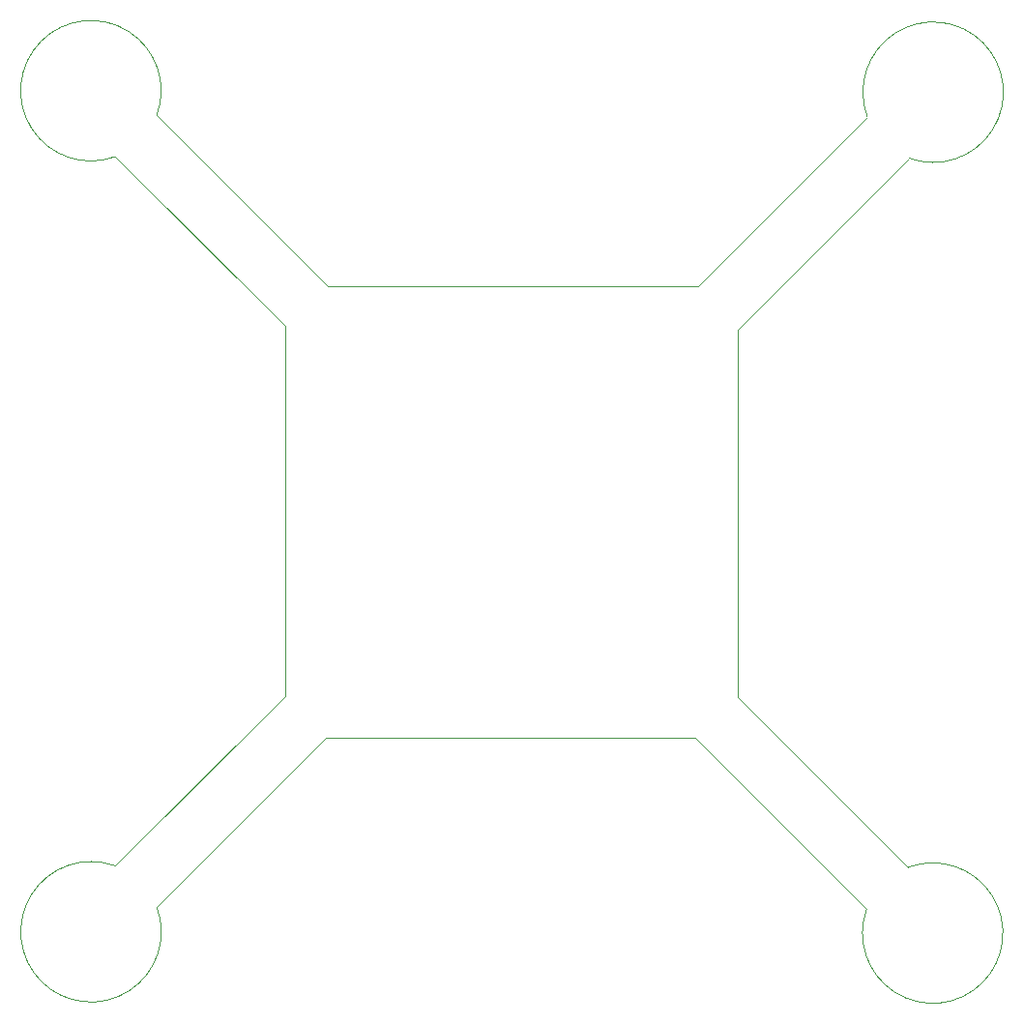
<source format=gm1>
%TF.GenerationSoftware,KiCad,Pcbnew,5.0.2-bee76a0~70~ubuntu18.04.1*%
%TF.CreationDate,2019-05-17T20:17:06-03:00*%
%TF.ProjectId,Quadcoptero-FritzenLab-r00,51756164-636f-4707-9465-726f2d467269,rev?*%
%TF.SameCoordinates,Original*%
%TF.FileFunction,Profile,NP*%
%FSLAX46Y46*%
G04 Gerber Fmt 4.6, Leading zero omitted, Abs format (unit mm)*
G04 Created by KiCad (PCBNEW 5.0.2-bee76a0~70~ubuntu18.04.1) date sex 17 mai 2019 20:17:06 -03*
%MOMM*%
%LPD*%
G01*
G04 APERTURE LIST*
%ADD10C,0.100000*%
G04 APERTURE END LIST*
D10*
X175767794Y-64845645D02*
G75*
G02X179417171Y-68481527I5768108J2140114D01*
G01*
X179353082Y-130564223D02*
G75*
G02X175717200Y-134213600I2140114J-5768108D01*
G01*
X113565708Y-134080086D02*
G75*
G02X109916331Y-130444204I-5768108J-2140114D01*
G01*
X109927518Y-68343177D02*
G75*
G02X113563400Y-64693800I-2140114J5768108D01*
G01*
X160731200Y-119227600D02*
X128397000Y-119227600D01*
X164414200Y-83489800D02*
X164414200Y-115671600D01*
X124790200Y-83185000D02*
X124790200Y-115595400D01*
X160959800Y-79705200D02*
X128549400Y-79705200D01*
X164414200Y-83489800D02*
X179412900Y-68480940D01*
X160959800Y-79705200D02*
X175768000Y-64846200D01*
X128397000Y-119227600D02*
X113565940Y-134078980D01*
X124790200Y-115595400D02*
X109923580Y-130446780D01*
X164414200Y-115671600D02*
X179351940Y-130566160D01*
X160731200Y-119227600D02*
X175717200Y-134213600D01*
X128549400Y-79705200D02*
X113560860Y-64691260D01*
X124790200Y-83185000D02*
X109928660Y-68341240D01*
M02*

</source>
